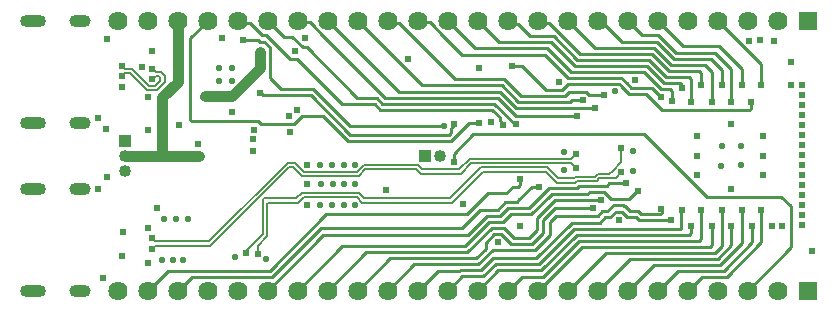
<source format=gbl>
G04*
G04 #@! TF.GenerationSoftware,Altium Limited,Altium Designer,24.9.1 (31)*
G04*
G04 Layer_Physical_Order=4*
G04 Layer_Color=16711680*
%FSLAX44Y44*%
%MOMM*%
G71*
G04*
G04 #@! TF.SameCoordinates,9342EB83-EE33-4B72-AB8E-5D22900AAE0C*
G04*
G04*
G04 #@! TF.FilePolarity,Positive*
G04*
G01*
G75*
G04:AMPARAMS|DCode=51|XSize=1mm|YSize=2.2mm|CornerRadius=0.5mm|HoleSize=0mm|Usage=FLASHONLY|Rotation=270.000|XOffset=0mm|YOffset=0mm|HoleType=Round|Shape=RoundedRectangle|*
%AMROUNDEDRECTD51*
21,1,1.0000,1.2000,0,0,270.0*
21,1,0.0000,2.2000,0,0,270.0*
1,1,1.0000,-0.6000,0.0000*
1,1,1.0000,-0.6000,0.0000*
1,1,1.0000,0.6000,0.0000*
1,1,1.0000,0.6000,0.0000*
%
%ADD51ROUNDEDRECTD51*%
G04:AMPARAMS|DCode=52|XSize=1mm|YSize=1.8mm|CornerRadius=0.5mm|HoleSize=0mm|Usage=FLASHONLY|Rotation=270.000|XOffset=0mm|YOffset=0mm|HoleType=Round|Shape=RoundedRectangle|*
%AMROUNDEDRECTD52*
21,1,1.0000,0.8000,0,0,270.0*
21,1,0.0000,1.8000,0,0,270.0*
1,1,1.0000,-0.4000,0.0000*
1,1,1.0000,-0.4000,0.0000*
1,1,1.0000,0.4000,0.0000*
1,1,1.0000,0.4000,0.0000*
%
%ADD52ROUNDEDRECTD52*%
%ADD59C,0.2540*%
%ADD65C,0.1532*%
%ADD67C,0.1582*%
%ADD69R,1.0160X1.0160*%
%ADD70C,1.0160*%
%ADD71R,1.0160X1.0160*%
%ADD72C,1.6256*%
%ADD73R,1.6256X1.6256*%
%ADD74C,0.6096*%
%ADD75C,0.5588*%
%ADD76C,0.8890*%
D51*
X17150Y241300D02*
D03*
Y154900D02*
D03*
Y12700D02*
D03*
Y99100D02*
D03*
D52*
X57150Y241300D02*
D03*
Y154900D02*
D03*
Y12700D02*
D03*
Y99100D02*
D03*
D59*
X373888Y152708D02*
Y153670D01*
X370871Y149691D02*
X373888Y152708D01*
X370871Y146407D02*
Y149691D01*
X384977Y44990D02*
X405773Y65786D01*
X298990Y44990D02*
X384977D01*
X405773Y65786D02*
X415663D01*
X278670Y50070D02*
X382873D01*
X403669Y70866D02*
X415290D01*
X382873Y50070D02*
X403669Y70866D01*
X262882Y59682D02*
X385301D01*
X215900Y12700D02*
X262882Y59682D01*
X395804Y81026D02*
X410900D01*
X380310Y65532D02*
X395804Y81026D01*
X219964Y24638D02*
X260858Y65532D01*
X380310D01*
X428244Y89662D02*
X439307Y100725D01*
X445793D01*
X417250Y87376D02*
X426756D01*
X428244Y88864D02*
Y89662D01*
X426756Y87376D02*
X428244Y88864D01*
X417940Y95250D02*
X423274Y100584D01*
X265358Y77216D02*
X384810D01*
X402844Y95250D02*
X417940D01*
X384810Y77216D02*
X402844Y95250D01*
X427772Y100584D02*
X429260Y102072D01*
Y107583D01*
X423274Y100584D02*
X427772D01*
X217860Y29718D02*
X265358Y77216D01*
X470455Y187960D02*
X513220D01*
X514708Y186317D02*
Y186472D01*
X513220Y187960D02*
X514708Y186472D01*
Y186317D02*
X521701Y179324D01*
X536147D01*
X515366Y193040D02*
X519788Y188618D01*
Y188421D02*
X523805Y184404D01*
X470336Y193040D02*
X515366D01*
X519788Y188421D02*
Y188618D01*
X523805Y184404D02*
X541239D01*
X485441Y181102D02*
X487852Y178690D01*
X500853D01*
X465375Y182880D02*
X470455Y187960D01*
X470781Y181102D02*
X485441D01*
X426068Y167386D02*
X492760D01*
X477266Y160274D02*
X477520Y160528D01*
X425995Y160274D02*
X477266D01*
X473157Y174244D02*
X482600D01*
X254652Y183134D02*
X285386Y152400D01*
X364848D01*
X373380Y128778D02*
X389636Y145034D01*
X373380Y121173D02*
Y128778D01*
X389636Y145034D02*
X534877D01*
X369075Y144611D02*
X370871Y146407D01*
X222885Y220599D02*
X234548Y208936D01*
X215074Y228473D02*
X222885Y220662D01*
Y220599D02*
Y220662D01*
X215011Y228473D02*
X215074D01*
X210955Y229362D02*
X214122D01*
X234548Y208936D02*
X240644D01*
X214122Y229362D02*
X215011Y228473D01*
X240644Y208936D02*
X279146Y170434D01*
X306434D01*
X217805Y192659D02*
X227330Y183134D01*
X217805Y192659D02*
Y218557D01*
X227330Y183134D02*
X254652D01*
X209740Y223393D02*
X212969D01*
X194818Y225298D02*
X207835D01*
X212969Y223393D02*
X217805Y218557D01*
X207835Y225298D02*
X209740Y223393D01*
X236508Y227757D02*
X245571Y218694D01*
X215900Y241300D02*
X229443Y227757D01*
X236508D01*
X245571Y218694D02*
X248920D01*
X192210Y239590D02*
X200728D01*
X210955Y229362D01*
X248920Y218694D02*
X291846Y175768D01*
X308284D01*
X207565Y155956D02*
X209851Y153670D01*
X150368Y157444D02*
Y226568D01*
X165100Y241300D01*
X150368Y157444D02*
X151856Y155956D01*
X207565D01*
X238045Y153670D02*
X244997Y160622D01*
X209851Y153670D02*
X238045D01*
X244997Y160622D02*
X262796D01*
X283887Y139531D01*
X504633Y103437D02*
X518922D01*
X502855Y101659D02*
X504633Y103437D01*
X437062Y82296D02*
X454374Y99609D01*
X477589D02*
X479640Y101659D01*
X502855D01*
X454374Y99609D02*
X477589D01*
X521679Y90424D02*
X528537Y97282D01*
X506906Y90424D02*
X521679D01*
X528537Y97282D02*
X529092D01*
X500751Y96579D02*
X506906Y90424D01*
X497910Y89721D02*
X497910Y89721D01*
X488709Y89721D02*
X497910D01*
X459345Y82863D02*
X491236D01*
X448909Y72427D02*
X459345Y82863D01*
X486332Y94529D02*
X488382Y96579D01*
X456642Y94529D02*
X486332D01*
X454660Y92710D02*
X454823D01*
X488382Y96579D02*
X500751D01*
X439166Y77216D02*
X454660Y92710D01*
X454823D02*
X456642Y94529D01*
X488436Y89449D02*
X488709Y89721D01*
X458746Y89449D02*
X488436D01*
X443829Y74531D02*
X458746Y89449D01*
X534877Y145034D02*
X587709Y92202D01*
X425450Y153416D02*
X426117D01*
X407924Y170942D02*
X425450Y153416D01*
X313110Y170942D02*
X407924D01*
X412242Y156918D02*
Y159440D01*
Y156918D02*
X415544Y153616D01*
Y152654D02*
Y153616D01*
X405820Y165862D02*
X412242Y159440D01*
X311006Y165862D02*
X405820D01*
X467479Y177800D02*
X470781Y181102D01*
X412606Y180848D02*
X426068Y167386D01*
X650784Y92202D02*
X658876Y84110D01*
X587709Y92202D02*
X650784D01*
X658876Y49276D02*
Y84110D01*
X622300Y12700D02*
X658876Y49276D01*
X209573Y179832D02*
X210536D01*
X252548Y178054D02*
X285991Y144611D01*
X210536Y179832D02*
X212314Y178054D01*
X252548D01*
X285991Y144611D02*
X369075D01*
X283887Y139531D02*
X371179D01*
X386334Y154686D02*
X395224D01*
X371179Y139531D02*
X386334Y154686D01*
X190500Y241300D02*
X192210Y239590D01*
X306434Y170434D02*
X311006Y165862D01*
X292100Y241300D02*
X346964Y186436D01*
X414202D01*
X266700Y241300D02*
X266700D01*
X326898Y181102D01*
X412132D01*
X327084Y239082D02*
X374396Y191770D01*
X416052D02*
X430022Y177800D01*
X374396Y191770D02*
X416052D01*
X414202Y186436D02*
X427918Y172720D01*
X412386Y180848D02*
X412606D01*
X412132Y181102D02*
X412386Y180848D01*
X410501Y175768D02*
X425995Y160274D01*
X410028Y176022D02*
X410282Y175768D01*
X410501D01*
X261874Y229362D02*
X315214Y176022D01*
X410028D01*
X308284Y175768D02*
X313110Y170942D01*
X261755Y229362D02*
X261874D01*
X242883Y239717D02*
X251519D01*
X254762Y236355D02*
X261755Y229362D01*
X254762Y236355D02*
Y236474D01*
X241300Y241300D02*
X242883Y239717D01*
X251519D02*
X254762Y236474D01*
X431292Y203200D02*
X451612Y182880D01*
X465375D01*
X456874Y177800D02*
X456874Y177800D01*
X430022Y177800D02*
X456874D01*
X456874Y177800D02*
X467479D01*
X427918Y172720D02*
X471633D01*
X473157Y174244D01*
X319718Y239082D02*
X327084D01*
X317500Y241300D02*
X319718Y239082D01*
X536147Y179324D02*
X550118Y165354D01*
X623824D01*
X556260Y183582D02*
X558292Y181550D01*
Y173228D02*
Y181550D01*
X549245Y183582D02*
X556260D01*
X623824Y165354D02*
X625335Y166865D01*
Y172725D01*
X422910Y203200D02*
X431292D01*
X450778Y212598D02*
X470336Y193040D01*
X363474Y229362D02*
X380238Y212598D01*
X450778D01*
X472440Y198120D02*
X534707D01*
X452374Y218186D02*
X472440Y198120D01*
X368300Y241300D02*
X391414Y218186D01*
X452374D01*
X411734Y223266D02*
X455858D01*
X475924Y203200D01*
X393700Y241300D02*
X411734Y223266D01*
X475924Y203200D02*
X536812D01*
X437896Y228346D02*
X457962D01*
X427566Y238676D02*
X437896Y228346D01*
X478028Y208280D02*
X538916D01*
X457962Y228346D02*
X478028Y208280D01*
X421724Y238676D02*
X427566D01*
X419100Y241300D02*
X421724Y238676D01*
X444500Y241300D02*
X446337Y239463D01*
X480568Y213360D02*
X541020D01*
X446337Y239463D02*
X454465D01*
X480568Y213360D01*
X541239Y184404D02*
X548917Y176726D01*
X549079D01*
X363355Y229362D02*
X363474D01*
X356362Y236355D02*
X363355Y229362D01*
X356362Y236355D02*
Y236474D01*
X342900Y241300D02*
X344483Y239717D01*
X353119D01*
X356362Y236474D01*
X131318Y29718D02*
X217860D01*
X114300Y12700D02*
X131318Y29718D01*
X459671Y76005D02*
X495410D01*
X454660Y70994D02*
X459671Y76005D01*
X509016Y85344D02*
X516636D01*
X499160Y79756D02*
X503428D01*
X495410Y76005D02*
X499160Y79756D01*
X503428D02*
X509016Y85344D01*
X529684Y79756D02*
X532224Y77216D01*
X516636Y85344D02*
X517906Y84074D01*
X522550Y79756D02*
X529684D01*
X518232Y84074D02*
X522550Y79756D01*
X517906Y84074D02*
X518232D01*
X520446Y74676D02*
X527580D01*
X516128Y78994D02*
X520446Y74676D01*
X527580D02*
X530120Y72136D01*
X506129Y74676D02*
X510447Y78994D01*
X501264Y74676D02*
X506129D01*
X496946Y70358D02*
X501264Y74676D01*
X510447Y78994D02*
X516128D01*
X473421Y70358D02*
X496946D01*
X407018Y40386D02*
X443449D01*
X396381Y29750D02*
X407018Y40386D01*
X443449D02*
X473421Y70358D01*
X530120Y72136D02*
X557276D01*
X378388Y29750D02*
X396381D01*
X378356Y29718D02*
X378388Y29750D01*
X342900Y12700D02*
X359918Y29718D01*
X378356D01*
X151638Y24638D02*
X219964D01*
X139700Y12700D02*
X151638Y24638D01*
X410900Y81026D02*
X417250Y87376D01*
X421640Y77216D02*
X439166D01*
X532224D02*
X547914D01*
X602234Y29718D02*
X626110Y53594D01*
Y67310D01*
X574294Y61686D02*
Y67818D01*
X477630Y60198D02*
X572806D01*
X574294Y61686D01*
X447658Y30226D02*
X477630Y60198D01*
X385301Y59682D02*
X401565Y75946D01*
X413004D01*
X419354Y82296D01*
X437062D01*
X241300Y12700D02*
X278670Y50070D01*
X415290Y70866D02*
X421640Y77216D01*
X437098Y57150D02*
X443829Y63881D01*
Y74531D01*
X415663Y65786D02*
X424299Y57150D01*
X437098D01*
X422195Y52070D02*
X439856D01*
X418096Y56169D02*
Y56169D01*
Y56169D02*
X422195Y52070D01*
X413559Y60706D02*
X418096Y56169D01*
X266700Y12700D02*
X298990Y44990D01*
X392173Y39910D02*
X400541Y48277D01*
X319310Y39910D02*
X392173D01*
X292100Y12700D02*
X319310Y39910D01*
X400541Y48277D02*
Y53369D01*
X407877Y60706D01*
X413559D01*
X439856Y52070D02*
X448909Y61123D01*
Y72427D01*
X454660Y59690D02*
Y70994D01*
X339630Y34830D02*
X394277D01*
X317500Y12700D02*
X339630Y34830D01*
X394277D02*
X406437Y46990D01*
X441960D01*
X454660Y59690D01*
X547914Y77216D02*
X549402Y78704D01*
Y81098D01*
X549130Y81370D02*
X549402Y81098D01*
X409122Y35306D02*
X445553D01*
X398486Y24670D02*
X409122Y35306D01*
X380492Y24670D02*
X398486D01*
X368522Y12700D02*
X380492Y24670D01*
X368300Y12700D02*
X368522D01*
X445553Y35306D02*
X475525Y65278D01*
X565912D01*
Y80772D01*
X566420Y81280D01*
X411226Y30226D02*
X447658D01*
X393700Y12700D02*
X411226Y30226D01*
X431038Y24638D02*
X449254D01*
X419100Y12700D02*
X431038Y24638D01*
X449254D02*
X479734Y55118D01*
X581442D02*
X582930Y56606D01*
X479734Y55118D02*
X581442D01*
X582930Y56606D02*
Y81280D01*
X590332Y50038D02*
X591820Y51526D01*
Y67310D01*
X481838Y50038D02*
X590332D01*
X444500Y12700D02*
X481838Y50038D01*
X502158Y44958D02*
X594978D01*
X469900Y12700D02*
X502158Y44958D01*
X600275Y50255D02*
Y80845D01*
X594978Y44958D02*
X600275Y50255D01*
X522478Y39878D02*
X597082D01*
X495300Y12700D02*
X522478Y39878D01*
X597082D02*
X608330Y51126D01*
Y67310D01*
X542798Y34798D02*
X599186D01*
X520700Y12700D02*
X542798Y34798D01*
X599186D02*
X617220Y52832D01*
Y81280D01*
X583438Y24638D02*
X604774D01*
X571500Y12700D02*
X583438Y24638D01*
X563118Y29718D02*
X602234D01*
X546100Y12700D02*
X563118Y29718D01*
X604774Y24638D02*
X633730Y53594D01*
Y81280D01*
X534707Y198120D02*
X549245Y183582D01*
X536812Y203200D02*
X551349Y188662D01*
X564932D01*
X566420Y184150D02*
Y187174D01*
X564932Y188662D02*
X566420Y187174D01*
X572552Y193742D02*
X574040Y192254D01*
X553453Y193742D02*
X572552D01*
X538916Y208280D02*
X553453Y193742D01*
X574040Y172720D02*
Y192254D01*
X541020Y213360D02*
X555558Y198822D01*
X581442D01*
X582930Y197334D01*
Y186690D02*
Y197334D01*
X492760Y218440D02*
X543162D01*
X469900Y241300D02*
X492760Y218440D01*
X543162D02*
X557699Y203902D01*
X586038D01*
X591820Y172720D02*
Y198120D01*
X586038Y203902D02*
X591820Y198120D01*
X545266Y223520D02*
X559804Y208982D01*
X590900D01*
X497840Y241300D02*
X515620Y223520D01*
X545266D01*
X590900Y208982D02*
X600710Y199172D01*
X495300Y241300D02*
X497840D01*
X600710Y186690D02*
Y199172D01*
X598170Y219710D02*
X617220Y200660D01*
X546100Y241300D02*
X567690Y219710D01*
X598170D01*
X617220Y186690D02*
Y200660D01*
X520700Y241300D02*
X532638Y229362D01*
X546608D01*
X561908Y214062D02*
X594928D01*
X546608Y229362D02*
X561908Y214062D01*
X608330Y172720D02*
Y200660D01*
X594928Y214062D02*
X608330Y200660D01*
X596900Y241300D02*
X633730Y204470D01*
Y186690D02*
Y204470D01*
D65*
X371816Y87122D02*
X398123Y113429D01*
X451253D01*
X296154Y87122D02*
X371816D01*
X370340Y90686D02*
X396647Y116993D01*
X297631Y90686D02*
X370340D01*
X396647Y116993D02*
X452729D01*
X451253Y113429D02*
X460498Y104184D01*
X452729Y116993D02*
X461974Y107748D01*
X460498Y104184D02*
X476413D01*
X461974Y107748D02*
X474936D01*
X388356Y120556D02*
X472354D01*
X379563Y111764D02*
X388356Y120556D01*
X378087Y115327D02*
X386880Y124120D01*
X472354D01*
X165872Y54341D02*
X232689Y121158D01*
X238875D01*
X246499Y113534D01*
X291622D01*
X297210Y119122D01*
X343011D01*
X346806Y115327D01*
X234165Y117594D02*
X237399D01*
X245023Y109971D01*
X293098D01*
X298686Y115559D01*
X341535D01*
X167348Y50777D02*
X234165Y117594D01*
X341535Y115559D02*
X345330Y111764D01*
X379563D01*
X346806Y115327D02*
X378087D01*
X474936Y107748D02*
X476479Y109291D01*
X476413Y104184D02*
X477955Y105727D01*
X507971Y114367D02*
X515366Y121762D01*
X505181Y111577D02*
X507971Y114367D01*
X494520Y105727D02*
X496806Y108013D01*
X477955Y105727D02*
X494520D01*
X476479Y109291D02*
X493044D01*
X495330Y111577D01*
X496806Y108013D02*
X510603D01*
X495330Y111577D02*
X505181D01*
X472354Y120556D02*
X476758Y116152D01*
X472354Y124120D02*
X476758Y128524D01*
X117602Y56877D02*
X118245D01*
X120781Y54341D01*
X165872D01*
X118245Y48241D02*
X120781Y50777D01*
X117602Y48241D02*
X118245D01*
X120781Y50777D02*
X167348D01*
X212117Y60221D02*
Y89788D01*
X213015Y90686D01*
X244812Y95261D02*
X293055D01*
X213015Y90686D02*
X240236D01*
X293055Y95261D02*
X297631Y90686D01*
X240236D02*
X244812Y95261D01*
X215681Y86225D02*
X216578Y87122D01*
X291579Y91698D02*
X296154Y87122D01*
X215681Y58745D02*
Y86225D01*
X216578Y87122D02*
X241712D01*
X246288Y91698D01*
X291579D01*
X207709Y44229D02*
Y50773D01*
X207384Y43904D02*
X207709Y44229D01*
X197866Y45970D02*
X212117Y60221D01*
X207709Y50773D02*
X215681Y58745D01*
X510603Y108013D02*
X515366Y112776D01*
Y121762D02*
Y133096D01*
X197866Y44958D02*
Y45970D01*
D67*
X92202Y202692D02*
X93129D01*
X124156Y194027D02*
X125083Y193100D01*
X121548Y194027D02*
X124156D01*
X119037Y191516D02*
X121548Y194027D01*
X92202Y194564D02*
X93129D01*
X99393Y196821D02*
X113734Y182480D01*
X93129Y194564D02*
X95386Y196821D01*
X113734Y182480D02*
X122107D01*
X128698Y189071D01*
Y194597D01*
X93129Y202692D02*
X95386Y200435D01*
X125653Y197641D02*
X128698Y194597D01*
X119037Y200152D02*
X121548Y197641D01*
X120610Y186094D02*
X125083Y190568D01*
X115231Y186094D02*
X120610D01*
X95386Y200435D02*
X100890D01*
X115231Y186094D01*
X121548Y197641D02*
X125653D01*
X95386Y196821D02*
X99393D01*
X118364Y191516D02*
X119037D01*
X118364Y200152D02*
X119037D01*
X125083Y190568D02*
Y193100D01*
D69*
X95250Y139700D02*
D03*
D70*
Y114300D02*
D03*
Y127000D02*
D03*
X361950D02*
D03*
D71*
X349250D02*
D03*
D72*
X342900Y241300D02*
D03*
X647700D02*
D03*
X622300D02*
D03*
X596900D02*
D03*
X571500D02*
D03*
X546100D02*
D03*
X520700D02*
D03*
X495300D02*
D03*
X469900D02*
D03*
X444500D02*
D03*
X419100D02*
D03*
X393700D02*
D03*
X368300D02*
D03*
X317500D02*
D03*
X292100D02*
D03*
X266700D02*
D03*
X241300D02*
D03*
X215900D02*
D03*
X190500D02*
D03*
X165100D02*
D03*
X139700D02*
D03*
X114300D02*
D03*
X88900D02*
D03*
X342900Y12700D02*
D03*
X647700D02*
D03*
X622300D02*
D03*
X596900D02*
D03*
X571500D02*
D03*
X546100D02*
D03*
X520700D02*
D03*
X495300D02*
D03*
X469900D02*
D03*
X444500D02*
D03*
X419100D02*
D03*
X393700D02*
D03*
X368300D02*
D03*
X317500D02*
D03*
X292100D02*
D03*
X266700D02*
D03*
X241300D02*
D03*
X215900D02*
D03*
X190500D02*
D03*
X165100D02*
D03*
X139700D02*
D03*
X114300D02*
D03*
X88900D02*
D03*
D73*
X673100Y241300D02*
D03*
Y12700D02*
D03*
D74*
X373888Y153670D02*
D03*
X381254Y85852D02*
D03*
X526646Y191262D02*
D03*
X500853Y178690D02*
D03*
X492760Y167386D02*
D03*
X477520Y160528D02*
D03*
X482600Y174244D02*
D03*
X203200Y130556D02*
D03*
X235204Y146812D02*
D03*
X233746Y160528D02*
D03*
X79502Y226038D02*
D03*
X445793Y100725D02*
D03*
X373380Y121173D02*
D03*
X429260Y107583D02*
D03*
X623450Y224449D02*
D03*
X203726Y140952D02*
D03*
X247396Y226568D02*
D03*
X238773Y215794D02*
D03*
X140716Y152654D02*
D03*
X114300Y148590D02*
D03*
X157988Y127000D02*
D03*
X156972Y137160D02*
D03*
X114554Y176609D02*
D03*
X92444Y185454D02*
D03*
X109220Y201930D02*
D03*
X79248Y149352D02*
D03*
X72136Y158750D02*
D03*
X118364Y191516D02*
D03*
Y200152D02*
D03*
X92202Y202692D02*
D03*
Y194564D02*
D03*
X315976Y97790D02*
D03*
X117602Y56877D02*
D03*
Y48241D02*
D03*
X92710Y42164D02*
D03*
X93218Y62484D02*
D03*
X476758Y128524D02*
D03*
Y116152D02*
D03*
X518922Y103437D02*
D03*
X197866Y44958D02*
D03*
X207384Y43904D02*
D03*
X529092Y97282D02*
D03*
X497910Y89721D02*
D03*
X491236Y82863D02*
D03*
X515366Y112776D02*
D03*
Y133096D02*
D03*
X426117Y153416D02*
D03*
X415544Y152654D02*
D03*
X405384Y155702D02*
D03*
X121920Y83058D02*
D03*
X80010Y108712D02*
D03*
X71882Y98806D02*
D03*
X114808Y65532D02*
D03*
X114554Y36322D02*
D03*
X76708Y23622D02*
D03*
X248920Y119380D02*
D03*
X249174Y102616D02*
D03*
X248920Y85344D02*
D03*
X410718Y53848D02*
D03*
X209573Y179832D02*
D03*
X395224Y154686D02*
D03*
X177292Y226314D02*
D03*
X117856Y215900D02*
D03*
X186096Y164128D02*
D03*
X204724Y149098D02*
D03*
X240538Y165862D02*
D03*
X194818Y225298D02*
D03*
X209550Y215138D02*
D03*
X334287Y208811D02*
D03*
X395224Y201168D02*
D03*
X462534Y189738D02*
D03*
X558292Y173228D02*
D03*
X422910Y203200D02*
D03*
X549079Y176726D02*
D03*
X513287Y72136D02*
D03*
X574294Y67818D02*
D03*
X557276Y72136D02*
D03*
X429316Y67056D02*
D03*
X677004Y45970D02*
D03*
X644398Y224028D02*
D03*
X632460Y224536D02*
D03*
X659384Y206502D02*
D03*
X608330Y153670D02*
D03*
X635000Y143510D02*
D03*
Y127000D02*
D03*
Y110490D02*
D03*
X608330Y99060D02*
D03*
X579120Y110490D02*
D03*
Y127000D02*
D03*
Y143510D02*
D03*
X659005Y187025D02*
D03*
X668365Y186835D02*
D03*
Y178335D02*
D03*
Y169835D02*
D03*
Y161335D02*
D03*
Y152835D02*
D03*
Y144335D02*
D03*
Y135835D02*
D03*
Y127335D02*
D03*
Y118835D02*
D03*
Y110335D02*
D03*
Y101835D02*
D03*
Y93335D02*
D03*
Y84835D02*
D03*
Y76335D02*
D03*
Y67835D02*
D03*
X566420Y184150D02*
D03*
X651510Y67310D02*
D03*
X642620D02*
D03*
X626110D02*
D03*
X608330D02*
D03*
X591820D02*
D03*
X582930Y186690D02*
D03*
X600710D02*
D03*
X617220D02*
D03*
X633730D02*
D03*
X625335Y172725D02*
D03*
X549130Y81370D02*
D03*
X633730Y81280D02*
D03*
X617220D02*
D03*
X600275Y80845D02*
D03*
X566420Y81280D02*
D03*
X582930D02*
D03*
X608330Y172720D02*
D03*
X591820D02*
D03*
X574040D02*
D03*
D75*
X509778Y181356D02*
D03*
X364848Y152400D02*
D03*
X161544Y177038D02*
D03*
X466598Y114554D02*
D03*
X466852Y130302D02*
D03*
X188468Y40894D02*
D03*
X214630Y39624D02*
D03*
X525272Y131318D02*
D03*
Y114300D02*
D03*
X126746Y38862D02*
D03*
X135636D02*
D03*
X144272D02*
D03*
X128524Y73660D02*
D03*
X138176D02*
D03*
X148336D02*
D03*
X260096Y119380D02*
D03*
X270764D02*
D03*
X289560D02*
D03*
X280416D02*
D03*
X260858Y102616D02*
D03*
X271018D02*
D03*
X290068D02*
D03*
X280670D02*
D03*
X280416Y84836D02*
D03*
X289814D02*
D03*
X270764Y85090D02*
D03*
X260350D02*
D03*
X185928Y189992D02*
D03*
X174752Y190500D02*
D03*
X185420Y201168D02*
D03*
X175006D02*
D03*
X616458Y118872D02*
D03*
X599948Y118364D02*
D03*
X616712Y135128D02*
D03*
X600202D02*
D03*
D76*
X162687Y177209D02*
X185538D01*
X209550Y201221D02*
Y215138D01*
X185538Y177209D02*
X209550Y201221D01*
X126619Y127000D02*
X157988D01*
X95250D02*
X126619D01*
X139700Y189694D02*
Y241300D01*
X126619Y176613D02*
X139700Y189694D01*
X126619Y127000D02*
Y176613D01*
M02*

</source>
